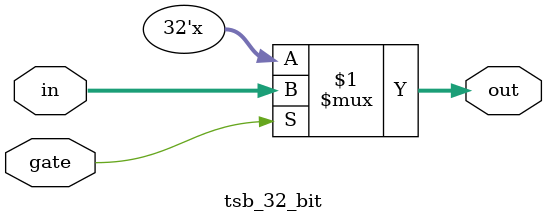
<source format=v>

module tsb_32_bit (
	input [31:0] in ,
	input gate,
	output [31:0] out
);

assign out = gate ? in : {32{1'bz}};

endmodule

</source>
